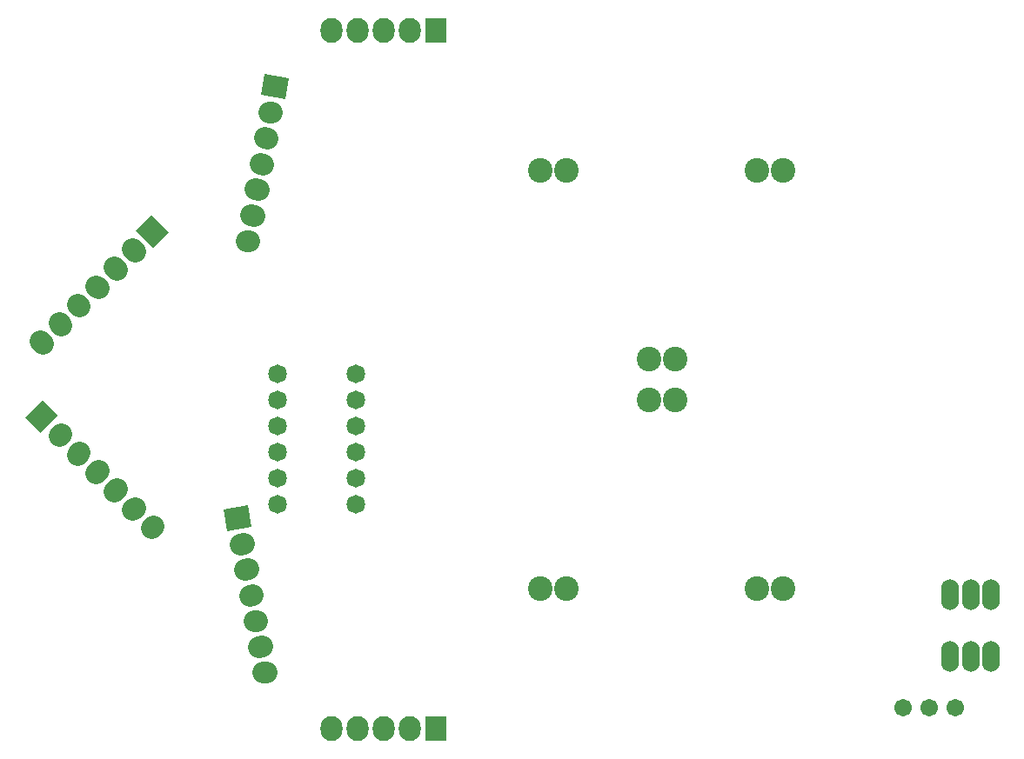
<source format=gbs>
G04 #@! TF.FileFunction,Soldermask,Bot*
%FSLAX46Y46*%
G04 Gerber Fmt 4.6, Leading zero omitted, Abs format (unit mm)*
G04 Created by KiCad (PCBNEW 4.0.2-stable) date 4/4/2016 11:45:04 AM*
%MOMM*%
G01*
G04 APERTURE LIST*
%ADD10C,0.100000*%
%ADD11C,2.400000*%
%ADD12C,2.127200*%
%ADD13C,1.708000*%
%ADD14O,1.708000X3.016000*%
%ADD15C,1.822400*%
%ADD16R,2.127200X2.432000*%
%ADD17O,2.127200X2.432000*%
G04 APERTURE END LIST*
D10*
D11*
X208270000Y-110375000D03*
X210810000Y-110375000D03*
X189730000Y-110375000D03*
X197730000Y-92000000D03*
X200270000Y-92000000D03*
X187190000Y-110375000D03*
X189730000Y-69625000D03*
X187190000Y-69625000D03*
X208270000Y-69625000D03*
X200270000Y-88000000D03*
X197730000Y-88000000D03*
X210810000Y-69625000D03*
D10*
G36*
X156663967Y-104754363D02*
X156294583Y-102659480D01*
X158689635Y-102237167D01*
X159059019Y-104332050D01*
X156663967Y-104754363D01*
X156663967Y-104754363D01*
G37*
D12*
X157967782Y-106023641D02*
X158267952Y-105970713D01*
X158408849Y-108525052D02*
X158709019Y-108472124D01*
X158849915Y-111026464D02*
X159150085Y-110973536D01*
X159290981Y-113527876D02*
X159591151Y-113474948D01*
X159732048Y-116029287D02*
X160032218Y-115976359D01*
X160173114Y-118530699D02*
X160473284Y-118477771D01*
D10*
G36*
X159940981Y-62332050D02*
X160310365Y-60237167D01*
X162705417Y-60659480D01*
X162336033Y-62754363D01*
X159940981Y-62332050D01*
X159940981Y-62332050D01*
G37*
D12*
X160732048Y-63970713D02*
X161032218Y-64023641D01*
X160290981Y-66472124D02*
X160591151Y-66525052D01*
X159849915Y-68973536D02*
X160150085Y-69026464D01*
X159408849Y-71474948D02*
X159709019Y-71527876D01*
X158967782Y-73976359D02*
X159267952Y-74029287D01*
X158526716Y-76477771D02*
X158826886Y-76530699D01*
D10*
G36*
X138504083Y-95223767D02*
X136999925Y-93719609D01*
X138719609Y-91999925D01*
X140223767Y-93504083D01*
X138504083Y-95223767D01*
X138504083Y-95223767D01*
G37*
D12*
X140300135Y-95515661D02*
X140515661Y-95300135D01*
X142096186Y-97311712D02*
X142311712Y-97096186D01*
X143892237Y-99107763D02*
X144107763Y-98892237D01*
X145688288Y-100903814D02*
X145903814Y-100688288D01*
X147484339Y-102699865D02*
X147699865Y-102484339D01*
X149280391Y-104495917D02*
X149495917Y-104280391D01*
D10*
G36*
X147776233Y-75504083D02*
X149280391Y-73999925D01*
X151000075Y-75719609D01*
X149495917Y-77223767D01*
X147776233Y-75504083D01*
X147776233Y-75504083D01*
G37*
D12*
X147484339Y-77300135D02*
X147699865Y-77515661D01*
X145688288Y-79096186D02*
X145903814Y-79311712D01*
X143892237Y-80892237D02*
X144107763Y-81107763D01*
X142096186Y-82688288D02*
X142311712Y-82903814D01*
X140300135Y-84484339D02*
X140515661Y-84699865D01*
X138504083Y-86280391D02*
X138719609Y-86495917D01*
D13*
X227540000Y-122000000D03*
X225000000Y-122000000D03*
X222460000Y-122000000D03*
D14*
X227027500Y-110952500D03*
X229027500Y-110952500D03*
X231027500Y-110952500D03*
X227027500Y-116952500D03*
X229027500Y-116952500D03*
X231027500Y-116952500D03*
D15*
X161590000Y-91990000D03*
X161590000Y-89450000D03*
X169210000Y-89450000D03*
X169210000Y-94530000D03*
X169210000Y-102150000D03*
X161590000Y-94530000D03*
X169210000Y-99610000D03*
X161590000Y-102150000D03*
X169210000Y-91990000D03*
X161590000Y-97070000D03*
X169210000Y-97070000D03*
X161590000Y-99610000D03*
D16*
X177000000Y-124000000D03*
D17*
X174460000Y-124000000D03*
X171920000Y-124000000D03*
X169380000Y-124000000D03*
X166840000Y-124000000D03*
D16*
X177000000Y-56000000D03*
D17*
X174460000Y-56000000D03*
X171920000Y-56000000D03*
X169380000Y-56000000D03*
X166840000Y-56000000D03*
M02*

</source>
